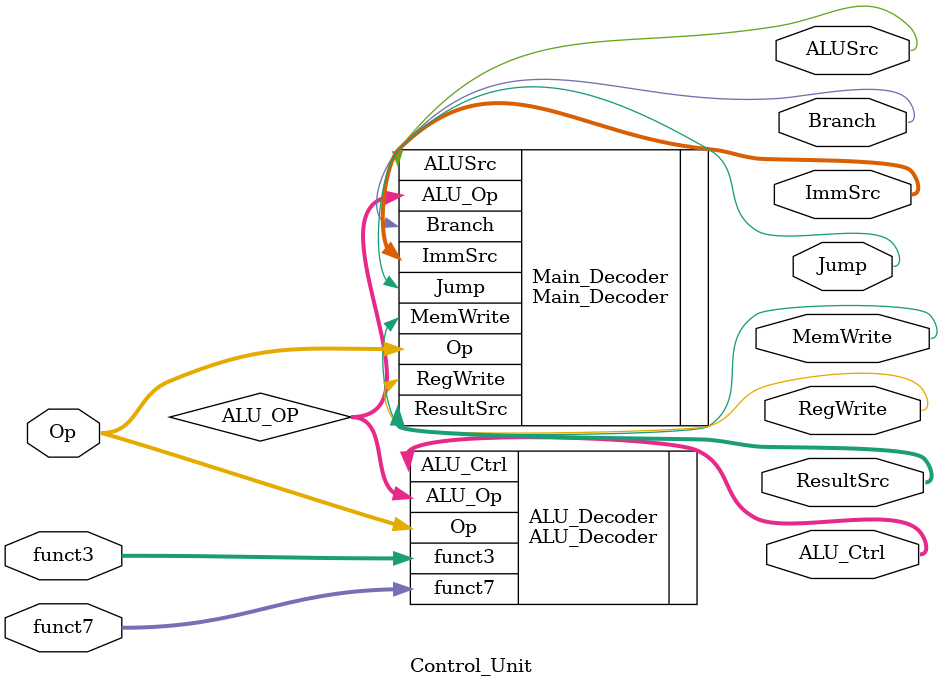
<source format=v>
`timescale 1ns / 1ps

module Control_Unit(Op,funct7,funct3,ResultSrc,ALUSrc,ImmSrc,RegWrite,MemWrite,ALU_Ctrl,Branch,Jump);


input [6:0] Op,funct7;
input [2:0] funct3;

output RegWrite,MemWrite,ALUSrc;
output [1:0] ImmSrc,ResultSrc;
output [2:0] ALU_Ctrl;
output Branch,Jump;

wire [1:0] ALU_OP;

Main_Decoder Main_Decoder(.Op(Op),
                          .ResultSrc(ResultSrc),
                          .ALUSrc(ALUSrc),
                          .ImmSrc(ImmSrc),
                          .RegWrite(RegWrite),
                          .MemWrite(MemWrite),
                          .Branch(Branch),
                          .Jump(Jump),
                          .ALU_Op(ALU_OP));

ALU_Decoder ALU_Decoder(.ALU_Op(ALU_OP),
                        .funct7(funct7),
                        .funct3(funct3),
                        .Op(Op),
                        .ALU_Ctrl(ALU_Ctrl));
                                               

endmodule

</source>
